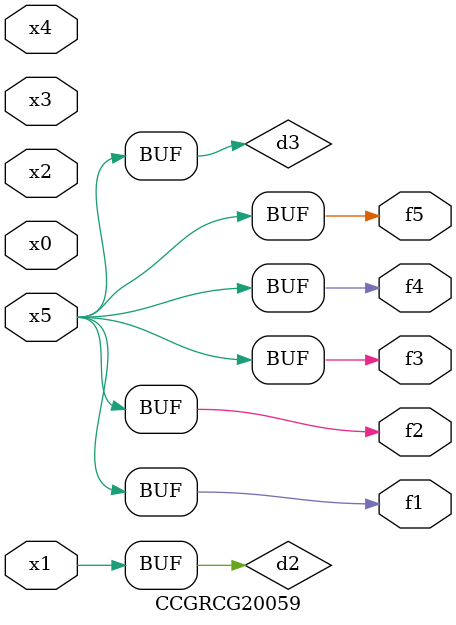
<source format=v>
module CCGRCG20059(
	input x0, x1, x2, x3, x4, x5,
	output f1, f2, f3, f4, f5
);

	wire d1, d2, d3;

	not (d1, x5);
	or (d2, x1);
	xnor (d3, d1);
	assign f1 = d3;
	assign f2 = d3;
	assign f3 = d3;
	assign f4 = d3;
	assign f5 = d3;
endmodule

</source>
